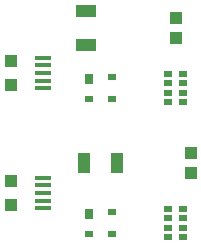
<source format=gtp>
G75*
%MOIN*%
%OFA0B0*%
%FSLAX24Y24*%
%IPPOS*%
%LPD*%
%AMOC8*
5,1,8,0,0,1.08239X$1,22.5*
%
%ADD10R,0.0394X0.0433*%
%ADD11R,0.0709X0.0394*%
%ADD12R,0.0394X0.0709*%
%ADD13R,0.0531X0.0157*%
%ADD14R,0.0394X0.0394*%
%ADD15R,0.0295X0.0378*%
%ADD16R,0.0295X0.0213*%
%ADD17R,0.0256X0.0197*%
D10*
X007150Y008815D03*
X007150Y009485D03*
X007650Y004985D03*
X007650Y004315D03*
D11*
X004150Y008599D03*
X004150Y009701D03*
D12*
X004099Y004650D03*
X005201Y004650D03*
D13*
X002713Y004162D03*
X002713Y003906D03*
X002713Y003650D03*
X002713Y003394D03*
X002713Y003138D03*
X002713Y007138D03*
X002713Y007394D03*
X002713Y007650D03*
X002713Y007906D03*
X002713Y008162D03*
D14*
X001650Y003256D03*
X001650Y004044D03*
X001650Y007256D03*
X001650Y008044D03*
D15*
X004266Y007445D03*
X004266Y002945D03*
D16*
X004266Y002272D03*
X005034Y002272D03*
X005034Y003028D03*
X005034Y006772D03*
X005034Y007528D03*
X004266Y006772D03*
D17*
X006904Y006678D03*
X006904Y006993D03*
X006904Y007307D03*
X006904Y007622D03*
X007396Y007622D03*
X007396Y007307D03*
X007396Y006993D03*
X007396Y006678D03*
X007396Y003122D03*
X007396Y002807D03*
X007396Y002493D03*
X007396Y002178D03*
X006904Y002178D03*
X006904Y002493D03*
X006904Y002807D03*
X006904Y003122D03*
M02*

</source>
